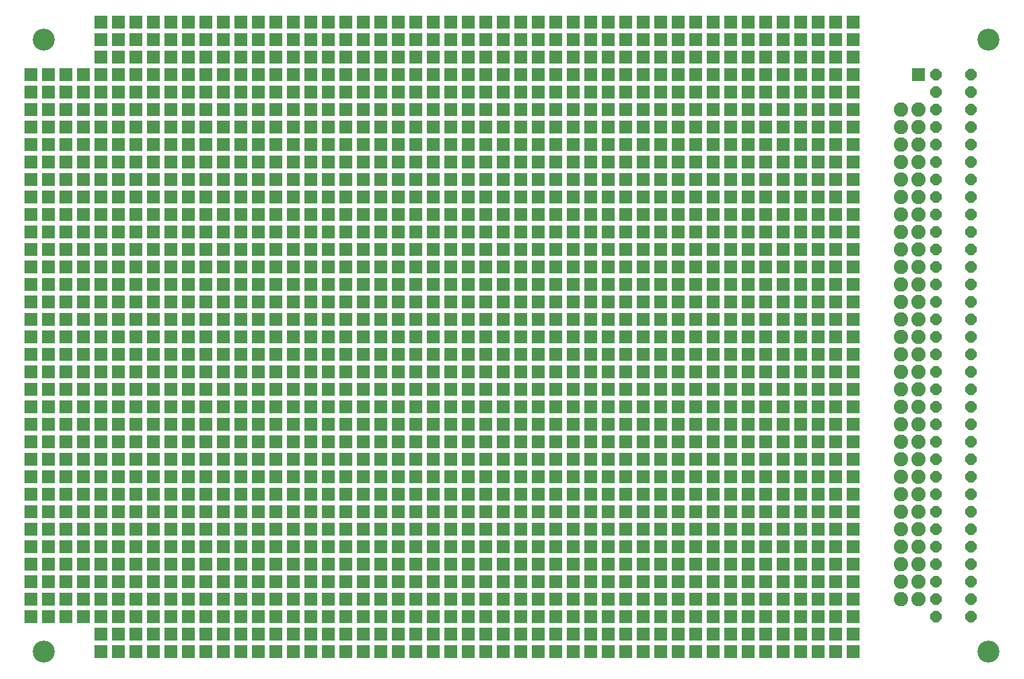
<source format=gbs>
G75*
G70*
%OFA0B0*%
%FSLAX24Y24*%
%IPPOS*%
%LPD*%
%AMOC8*
5,1,8,0,0,1.08239X$1,22.5*
%
%ADD10OC8,0.0640*%
%ADD11C,0.1180*%
%ADD12C,0.0820*%
%ADD13C,0.1261*%
%ADD14R,0.0730X0.0730*%
D10*
X053930Y004290D03*
X053930Y004290D03*
X053930Y005290D03*
X053930Y005290D03*
X053930Y006290D03*
X053930Y006290D03*
X053930Y007290D03*
X053930Y007290D03*
X053930Y008290D03*
X053930Y008290D03*
X053930Y009290D03*
X053930Y009290D03*
X053930Y010290D03*
X053930Y010290D03*
X053930Y011290D03*
X053930Y011290D03*
X053930Y012290D03*
X053930Y012290D03*
X053930Y013290D03*
X053930Y013290D03*
X053930Y014290D03*
X053930Y014290D03*
X053930Y015290D03*
X053930Y015290D03*
X053930Y016290D03*
X053930Y016290D03*
X053930Y017290D03*
X053930Y017290D03*
X053930Y018290D03*
X053930Y018290D03*
X053930Y019290D03*
X053930Y019290D03*
X053930Y020290D03*
X053930Y020290D03*
X053930Y021290D03*
X053930Y021290D03*
X053930Y022290D03*
X053930Y022290D03*
X053930Y023290D03*
X053930Y023290D03*
X053930Y024290D03*
X053930Y024290D03*
X053930Y025290D03*
X053930Y025290D03*
X053930Y026290D03*
X053930Y026290D03*
X053930Y027290D03*
X053930Y027290D03*
X053930Y028290D03*
X053930Y028290D03*
X053930Y029290D03*
X053930Y029290D03*
X053930Y030290D03*
X053930Y030290D03*
X053930Y031290D03*
X053930Y031290D03*
X053930Y032290D03*
X053930Y032290D03*
X053930Y033290D03*
X053930Y033290D03*
X053930Y034290D03*
X053930Y034290D03*
X053930Y035290D03*
X053930Y035290D03*
X055930Y035290D03*
X055930Y035290D03*
X055930Y034290D03*
X055930Y034290D03*
X055930Y033290D03*
X055930Y033290D03*
X055930Y032290D03*
X055930Y032290D03*
X055930Y031290D03*
X055930Y031290D03*
X055930Y030290D03*
X055930Y030290D03*
X055930Y029290D03*
X055930Y029290D03*
X055930Y028290D03*
X055930Y028290D03*
X055930Y027290D03*
X055930Y027290D03*
X055930Y026290D03*
X055930Y026290D03*
X055930Y025290D03*
X055930Y025290D03*
X055930Y024290D03*
X055930Y024290D03*
X055930Y023290D03*
X055930Y023290D03*
X055930Y022290D03*
X055930Y022290D03*
X055930Y021290D03*
X055930Y021290D03*
X055930Y020290D03*
X055930Y020290D03*
X055930Y019290D03*
X055930Y019290D03*
X055930Y018290D03*
X055930Y018290D03*
X055930Y017290D03*
X055930Y017290D03*
X055930Y016290D03*
X055930Y016290D03*
X055930Y015290D03*
X055930Y015290D03*
X055930Y014290D03*
X055930Y014290D03*
X055930Y013290D03*
X055930Y013290D03*
X055930Y012290D03*
X055930Y012290D03*
X055930Y011290D03*
X055930Y011290D03*
X055930Y010290D03*
X055930Y010290D03*
X055930Y009290D03*
X055930Y009290D03*
X055930Y008290D03*
X055930Y008290D03*
X055930Y007290D03*
X055930Y007290D03*
X055930Y006290D03*
X055930Y006290D03*
X055930Y005290D03*
X055930Y005290D03*
X055930Y004290D03*
X055930Y004290D03*
D11*
X056930Y002290D03*
X056930Y037290D03*
D12*
X052930Y033290D03*
X051930Y033290D03*
X051930Y032290D03*
X052930Y032290D03*
X052930Y031290D03*
X051930Y031290D03*
X051930Y030290D03*
X052930Y030290D03*
X052930Y029290D03*
X051930Y029290D03*
X051930Y028290D03*
X052930Y028290D03*
X052930Y027290D03*
X051930Y027290D03*
X051930Y026290D03*
X052930Y026290D03*
X052930Y025290D03*
X051930Y025290D03*
X051930Y024290D03*
X052930Y024290D03*
X052930Y023290D03*
X051930Y023290D03*
X051930Y022290D03*
X052930Y022290D03*
X052930Y021290D03*
X051930Y021290D03*
X051930Y020290D03*
X052930Y020290D03*
X052930Y019290D03*
X051930Y019290D03*
X051930Y018290D03*
X052930Y018290D03*
X052930Y017290D03*
X051930Y017290D03*
X051930Y016290D03*
X052930Y016290D03*
X052930Y015290D03*
X051930Y015290D03*
X051930Y014290D03*
X052930Y014290D03*
X052930Y013290D03*
X051930Y013290D03*
X051930Y012290D03*
X052930Y012290D03*
X052930Y011290D03*
X051930Y011290D03*
X051930Y010290D03*
X052930Y010290D03*
X052930Y009290D03*
X051930Y009290D03*
X051930Y008290D03*
X052930Y008290D03*
X052930Y007290D03*
X051930Y007290D03*
X051930Y006290D03*
X052930Y006290D03*
X052930Y005290D03*
X051930Y005290D03*
D13*
X002930Y002290D03*
X002930Y037290D03*
X056930Y037290D03*
X056930Y002290D03*
D14*
X049180Y002290D03*
X049180Y002290D03*
X048180Y002290D03*
X047180Y002290D03*
X046180Y002290D03*
X045180Y002290D03*
X044180Y002290D03*
X043180Y002290D03*
X042180Y002290D03*
X041180Y002290D03*
X040180Y002290D03*
X039180Y002290D03*
X038180Y002290D03*
X037180Y002290D03*
X036180Y002290D03*
X035180Y002290D03*
X034180Y002290D03*
X033180Y002290D03*
X032180Y002290D03*
X031180Y002290D03*
X030180Y002290D03*
X029180Y002290D03*
X028180Y002290D03*
X027180Y002290D03*
X026180Y002290D03*
X025180Y002290D03*
X024180Y002290D03*
X023180Y002290D03*
X022180Y002290D03*
X021180Y002290D03*
X020180Y002290D03*
X019180Y002290D03*
X018180Y002290D03*
X017180Y002290D03*
X016180Y002290D03*
X015180Y002290D03*
X014180Y002290D03*
X013180Y002290D03*
X012180Y002290D03*
X011180Y002290D03*
X010180Y002290D03*
X009180Y002290D03*
X008180Y002290D03*
X007180Y002290D03*
X006180Y002290D03*
X006180Y002290D03*
X006180Y003290D03*
X006180Y003290D03*
X007180Y003290D03*
X007180Y004290D03*
X006180Y004290D03*
X005180Y004290D03*
X004180Y004290D03*
X003180Y004290D03*
X002180Y004290D03*
X002180Y005290D03*
X002180Y006290D03*
X003180Y006290D03*
X004180Y006290D03*
X004180Y005290D03*
X003180Y005290D03*
X005180Y005290D03*
X005180Y006290D03*
X006180Y006290D03*
X007180Y006290D03*
X007180Y005290D03*
X006180Y005290D03*
X008180Y005290D03*
X008180Y006290D03*
X009180Y006290D03*
X010180Y006290D03*
X010180Y005290D03*
X009180Y005290D03*
X009180Y004290D03*
X010180Y004290D03*
X010180Y003290D03*
X009180Y003290D03*
X008180Y003290D03*
X008180Y004290D03*
X011180Y004290D03*
X012180Y004290D03*
X012180Y003290D03*
X011180Y003290D03*
X013180Y003290D03*
X013180Y004290D03*
X014180Y004290D03*
X015180Y004290D03*
X015180Y003290D03*
X014180Y003290D03*
X016180Y003290D03*
X016180Y004290D03*
X017180Y004290D03*
X018180Y004290D03*
X018180Y003290D03*
X017180Y003290D03*
X019180Y003290D03*
X019180Y004290D03*
X020180Y004290D03*
X021180Y004290D03*
X021180Y003290D03*
X020180Y003290D03*
X022180Y003290D03*
X023180Y003290D03*
X023180Y004290D03*
X022180Y004290D03*
X022180Y005290D03*
X023180Y005290D03*
X023180Y006290D03*
X022180Y006290D03*
X021180Y006290D03*
X020180Y006290D03*
X020180Y005290D03*
X021180Y005290D03*
X019180Y005290D03*
X019180Y006290D03*
X018180Y006290D03*
X017180Y006290D03*
X017180Y005290D03*
X018180Y005290D03*
X016180Y005290D03*
X016180Y006290D03*
X015180Y006290D03*
X014180Y006290D03*
X014180Y005290D03*
X015180Y005290D03*
X013180Y005290D03*
X013180Y006290D03*
X012180Y006290D03*
X011180Y006290D03*
X011180Y005290D03*
X012180Y005290D03*
X012180Y007290D03*
X011180Y007290D03*
X011180Y008290D03*
X012180Y008290D03*
X013180Y008290D03*
X013180Y007290D03*
X014180Y007290D03*
X015180Y007290D03*
X015180Y008290D03*
X014180Y008290D03*
X014180Y009290D03*
X015180Y009290D03*
X015180Y010290D03*
X014180Y010290D03*
X013180Y010290D03*
X013180Y009290D03*
X012180Y009290D03*
X011180Y009290D03*
X011180Y010290D03*
X012180Y010290D03*
X012180Y011290D03*
X011180Y011290D03*
X010180Y011290D03*
X009180Y011290D03*
X008180Y011290D03*
X007180Y011290D03*
X006180Y011290D03*
X005180Y011290D03*
X004180Y011290D03*
X003180Y011290D03*
X002180Y011290D03*
X002180Y010290D03*
X002180Y009290D03*
X003180Y009290D03*
X004180Y009290D03*
X004180Y010290D03*
X003180Y010290D03*
X005180Y010290D03*
X005180Y009290D03*
X006180Y009290D03*
X007180Y009290D03*
X007180Y010290D03*
X006180Y010290D03*
X008180Y010290D03*
X008180Y009290D03*
X009180Y009290D03*
X010180Y009290D03*
X010180Y010290D03*
X009180Y010290D03*
X009180Y008290D03*
X010180Y008290D03*
X010180Y007290D03*
X009180Y007290D03*
X008180Y007290D03*
X008180Y008290D03*
X007180Y008290D03*
X006180Y008290D03*
X006180Y007290D03*
X007180Y007290D03*
X005180Y007290D03*
X005180Y008290D03*
X004180Y008290D03*
X003180Y008290D03*
X003180Y007290D03*
X004180Y007290D03*
X002180Y007290D03*
X002180Y008290D03*
X002180Y012290D03*
X002180Y013290D03*
X003180Y013290D03*
X004180Y013290D03*
X004180Y012290D03*
X003180Y012290D03*
X005180Y012290D03*
X005180Y013290D03*
X006180Y013290D03*
X007180Y013290D03*
X007180Y012290D03*
X006180Y012290D03*
X008180Y012290D03*
X008180Y013290D03*
X009180Y013290D03*
X010180Y013290D03*
X010180Y012290D03*
X009180Y012290D03*
X011180Y012290D03*
X012180Y012290D03*
X012180Y013290D03*
X011180Y013290D03*
X011180Y014290D03*
X012180Y014290D03*
X012180Y015290D03*
X011180Y015290D03*
X010180Y015290D03*
X009180Y015290D03*
X009180Y014290D03*
X010180Y014290D03*
X008180Y014290D03*
X008180Y015290D03*
X007180Y015290D03*
X006180Y015290D03*
X006180Y014290D03*
X007180Y014290D03*
X005180Y014290D03*
X005180Y015290D03*
X004180Y015290D03*
X003180Y015290D03*
X003180Y014290D03*
X004180Y014290D03*
X002180Y014290D03*
X002180Y015290D03*
X002180Y016290D03*
X002180Y017290D03*
X003180Y017290D03*
X004180Y017290D03*
X004180Y016290D03*
X003180Y016290D03*
X005180Y016290D03*
X005180Y017290D03*
X006180Y017290D03*
X007180Y017290D03*
X007180Y016290D03*
X006180Y016290D03*
X008180Y016290D03*
X008180Y017290D03*
X009180Y017290D03*
X010180Y017290D03*
X010180Y016290D03*
X009180Y016290D03*
X011180Y016290D03*
X012180Y016290D03*
X012180Y017290D03*
X011180Y017290D03*
X011180Y018290D03*
X012180Y018290D03*
X012180Y019290D03*
X011180Y019290D03*
X010180Y019290D03*
X009180Y019290D03*
X009180Y018290D03*
X010180Y018290D03*
X008180Y018290D03*
X008180Y019290D03*
X007180Y019290D03*
X006180Y019290D03*
X006180Y018290D03*
X007180Y018290D03*
X005180Y018290D03*
X005180Y019290D03*
X004180Y019290D03*
X003180Y019290D03*
X003180Y018290D03*
X004180Y018290D03*
X002180Y018290D03*
X002180Y019290D03*
X002180Y020290D03*
X002180Y021290D03*
X003180Y021290D03*
X004180Y021290D03*
X004180Y020290D03*
X003180Y020290D03*
X005180Y020290D03*
X005180Y021290D03*
X006180Y021290D03*
X007180Y021290D03*
X007180Y020290D03*
X006180Y020290D03*
X008180Y020290D03*
X008180Y021290D03*
X009180Y021290D03*
X010180Y021290D03*
X010180Y020290D03*
X009180Y020290D03*
X011180Y020290D03*
X012180Y020290D03*
X012180Y021290D03*
X011180Y021290D03*
X011180Y022290D03*
X012180Y022290D03*
X012180Y023290D03*
X011180Y023290D03*
X010180Y023290D03*
X009180Y023290D03*
X009180Y022290D03*
X010180Y022290D03*
X008180Y022290D03*
X008180Y023290D03*
X007180Y023290D03*
X006180Y023290D03*
X006180Y022290D03*
X007180Y022290D03*
X005180Y022290D03*
X005180Y023290D03*
X004180Y023290D03*
X003180Y023290D03*
X003180Y022290D03*
X004180Y022290D03*
X002180Y022290D03*
X002180Y023290D03*
X002180Y024290D03*
X002180Y025290D03*
X003180Y025290D03*
X004180Y025290D03*
X004180Y024290D03*
X003180Y024290D03*
X005180Y024290D03*
X005180Y025290D03*
X006180Y025290D03*
X007180Y025290D03*
X007180Y024290D03*
X006180Y024290D03*
X008180Y024290D03*
X008180Y025290D03*
X009180Y025290D03*
X010180Y025290D03*
X010180Y024290D03*
X009180Y024290D03*
X011180Y024290D03*
X012180Y024290D03*
X012180Y025290D03*
X011180Y025290D03*
X011180Y026290D03*
X012180Y026290D03*
X012180Y027290D03*
X011180Y027290D03*
X010180Y027290D03*
X009180Y027290D03*
X009180Y026290D03*
X010180Y026290D03*
X008180Y026290D03*
X008180Y027290D03*
X007180Y027290D03*
X006180Y027290D03*
X006180Y026290D03*
X007180Y026290D03*
X005180Y026290D03*
X005180Y027290D03*
X004180Y027290D03*
X003180Y027290D03*
X003180Y026290D03*
X004180Y026290D03*
X002180Y026290D03*
X002180Y027290D03*
X002180Y028290D03*
X003180Y028290D03*
X004180Y028290D03*
X005180Y028290D03*
X006180Y028290D03*
X007180Y028290D03*
X008180Y028290D03*
X009180Y028290D03*
X010180Y028290D03*
X011180Y028290D03*
X012180Y028290D03*
X013180Y028290D03*
X014180Y028290D03*
X015180Y028290D03*
X016180Y028290D03*
X017180Y028290D03*
X018180Y028290D03*
X019180Y028290D03*
X020180Y028290D03*
X021180Y028290D03*
X022180Y028290D03*
X023180Y028290D03*
X024180Y028290D03*
X025180Y028290D03*
X026180Y028290D03*
X027180Y028290D03*
X028180Y028290D03*
X029180Y028290D03*
X030180Y028290D03*
X031180Y028290D03*
X032180Y028290D03*
X033180Y028290D03*
X034180Y028290D03*
X035180Y028290D03*
X036180Y028290D03*
X037180Y028290D03*
X038180Y028290D03*
X039180Y028290D03*
X040180Y028290D03*
X041180Y028290D03*
X042180Y028290D03*
X043180Y028290D03*
X044180Y028290D03*
X045180Y028290D03*
X046180Y028290D03*
X047180Y028290D03*
X048180Y028290D03*
X049180Y028290D03*
X049180Y028290D03*
X049180Y027290D03*
X049180Y027290D03*
X049180Y026290D03*
X049180Y026290D03*
X048180Y026290D03*
X047180Y026290D03*
X047180Y027290D03*
X048180Y027290D03*
X046180Y027290D03*
X046180Y026290D03*
X045180Y026290D03*
X044180Y026290D03*
X044180Y027290D03*
X045180Y027290D03*
X043180Y027290D03*
X042180Y027290D03*
X042180Y026290D03*
X043180Y026290D03*
X043180Y025290D03*
X042180Y025290D03*
X042180Y024290D03*
X043180Y024290D03*
X044180Y024290D03*
X045180Y024290D03*
X045180Y025290D03*
X044180Y025290D03*
X046180Y025290D03*
X046180Y024290D03*
X047180Y024290D03*
X048180Y024290D03*
X048180Y025290D03*
X047180Y025290D03*
X049180Y025290D03*
X049180Y025290D03*
X049180Y024290D03*
X049180Y024290D03*
X049180Y023290D03*
X049180Y023290D03*
X049180Y022290D03*
X049180Y022290D03*
X048180Y022290D03*
X047180Y022290D03*
X047180Y023290D03*
X048180Y023290D03*
X046180Y023290D03*
X046180Y022290D03*
X045180Y022290D03*
X044180Y022290D03*
X044180Y023290D03*
X045180Y023290D03*
X043180Y023290D03*
X042180Y023290D03*
X042180Y022290D03*
X043180Y022290D03*
X043180Y021290D03*
X042180Y021290D03*
X042180Y020290D03*
X043180Y020290D03*
X044180Y020290D03*
X045180Y020290D03*
X045180Y021290D03*
X044180Y021290D03*
X046180Y021290D03*
X046180Y020290D03*
X047180Y020290D03*
X048180Y020290D03*
X048180Y021290D03*
X047180Y021290D03*
X049180Y021290D03*
X049180Y021290D03*
X049180Y020290D03*
X049180Y020290D03*
X049180Y019290D03*
X049180Y019290D03*
X049180Y018290D03*
X049180Y018290D03*
X048180Y018290D03*
X047180Y018290D03*
X047180Y019290D03*
X048180Y019290D03*
X046180Y019290D03*
X046180Y018290D03*
X045180Y018290D03*
X044180Y018290D03*
X044180Y019290D03*
X045180Y019290D03*
X043180Y019290D03*
X042180Y019290D03*
X042180Y018290D03*
X043180Y018290D03*
X043180Y017290D03*
X042180Y017290D03*
X042180Y016290D03*
X043180Y016290D03*
X044180Y016290D03*
X045180Y016290D03*
X045180Y017290D03*
X044180Y017290D03*
X046180Y017290D03*
X046180Y016290D03*
X047180Y016290D03*
X048180Y016290D03*
X048180Y017290D03*
X047180Y017290D03*
X049180Y017290D03*
X049180Y017290D03*
X049180Y016290D03*
X049180Y016290D03*
X049180Y015290D03*
X049180Y015290D03*
X049180Y014290D03*
X049180Y014290D03*
X048180Y014290D03*
X047180Y014290D03*
X047180Y015290D03*
X048180Y015290D03*
X046180Y015290D03*
X046180Y014290D03*
X045180Y014290D03*
X044180Y014290D03*
X044180Y015290D03*
X045180Y015290D03*
X043180Y015290D03*
X042180Y015290D03*
X042180Y014290D03*
X043180Y014290D03*
X043180Y013290D03*
X042180Y013290D03*
X042180Y012290D03*
X043180Y012290D03*
X044180Y012290D03*
X045180Y012290D03*
X045180Y013290D03*
X044180Y013290D03*
X046180Y013290D03*
X046180Y012290D03*
X047180Y012290D03*
X048180Y012290D03*
X048180Y013290D03*
X047180Y013290D03*
X049180Y013290D03*
X049180Y013290D03*
X049180Y012290D03*
X049180Y012290D03*
X049180Y011290D03*
X049180Y011290D03*
X048180Y011290D03*
X047180Y011290D03*
X046180Y011290D03*
X045180Y011290D03*
X044180Y011290D03*
X043180Y011290D03*
X042180Y011290D03*
X041180Y011290D03*
X040180Y011290D03*
X039180Y011290D03*
X038180Y011290D03*
X037180Y011290D03*
X036180Y011290D03*
X035180Y011290D03*
X034180Y011290D03*
X033180Y011290D03*
X032180Y011290D03*
X031180Y011290D03*
X030180Y011290D03*
X029180Y011290D03*
X028180Y011290D03*
X027180Y011290D03*
X026180Y011290D03*
X025180Y011290D03*
X024180Y011290D03*
X023180Y011290D03*
X022180Y011290D03*
X021180Y011290D03*
X020180Y011290D03*
X019180Y011290D03*
X018180Y011290D03*
X017180Y011290D03*
X016180Y011290D03*
X015180Y011290D03*
X014180Y011290D03*
X013180Y011290D03*
X013180Y012290D03*
X013180Y013290D03*
X014180Y013290D03*
X015180Y013290D03*
X015180Y012290D03*
X014180Y012290D03*
X016180Y012290D03*
X016180Y013290D03*
X017180Y013290D03*
X018180Y013290D03*
X018180Y012290D03*
X017180Y012290D03*
X019180Y012290D03*
X019180Y013290D03*
X020180Y013290D03*
X021180Y013290D03*
X021180Y012290D03*
X020180Y012290D03*
X022180Y012290D03*
X023180Y012290D03*
X023180Y013290D03*
X022180Y013290D03*
X022180Y014290D03*
X023180Y014290D03*
X023180Y015290D03*
X022180Y015290D03*
X021180Y015290D03*
X020180Y015290D03*
X020180Y014290D03*
X021180Y014290D03*
X019180Y014290D03*
X019180Y015290D03*
X018180Y015290D03*
X017180Y015290D03*
X017180Y014290D03*
X018180Y014290D03*
X016180Y014290D03*
X016180Y015290D03*
X015180Y015290D03*
X014180Y015290D03*
X014180Y014290D03*
X015180Y014290D03*
X013180Y014290D03*
X013180Y015290D03*
X013180Y016290D03*
X013180Y017290D03*
X014180Y017290D03*
X015180Y017290D03*
X015180Y016290D03*
X014180Y016290D03*
X016180Y016290D03*
X016180Y017290D03*
X017180Y017290D03*
X018180Y017290D03*
X018180Y016290D03*
X017180Y016290D03*
X019180Y016290D03*
X019180Y017290D03*
X020180Y017290D03*
X021180Y017290D03*
X021180Y016290D03*
X020180Y016290D03*
X022180Y016290D03*
X023180Y016290D03*
X023180Y017290D03*
X022180Y017290D03*
X022180Y018290D03*
X023180Y018290D03*
X023180Y019290D03*
X022180Y019290D03*
X021180Y019290D03*
X020180Y019290D03*
X020180Y018290D03*
X021180Y018290D03*
X019180Y018290D03*
X019180Y019290D03*
X018180Y019290D03*
X017180Y019290D03*
X017180Y018290D03*
X018180Y018290D03*
X016180Y018290D03*
X016180Y019290D03*
X015180Y019290D03*
X014180Y019290D03*
X014180Y018290D03*
X015180Y018290D03*
X013180Y018290D03*
X013180Y019290D03*
X013180Y020290D03*
X013180Y021290D03*
X014180Y021290D03*
X015180Y021290D03*
X015180Y020290D03*
X014180Y020290D03*
X016180Y020290D03*
X016180Y021290D03*
X017180Y021290D03*
X018180Y021290D03*
X018180Y020290D03*
X017180Y020290D03*
X019180Y020290D03*
X019180Y021290D03*
X020180Y021290D03*
X021180Y021290D03*
X021180Y020290D03*
X020180Y020290D03*
X022180Y020290D03*
X023180Y020290D03*
X023180Y021290D03*
X022180Y021290D03*
X022180Y022290D03*
X023180Y022290D03*
X023180Y023290D03*
X022180Y023290D03*
X021180Y023290D03*
X020180Y023290D03*
X020180Y022290D03*
X021180Y022290D03*
X019180Y022290D03*
X019180Y023290D03*
X018180Y023290D03*
X017180Y023290D03*
X017180Y022290D03*
X018180Y022290D03*
X016180Y022290D03*
X016180Y023290D03*
X015180Y023290D03*
X014180Y023290D03*
X014180Y022290D03*
X015180Y022290D03*
X013180Y022290D03*
X013180Y023290D03*
X013180Y024290D03*
X013180Y025290D03*
X014180Y025290D03*
X015180Y025290D03*
X015180Y024290D03*
X014180Y024290D03*
X016180Y024290D03*
X016180Y025290D03*
X017180Y025290D03*
X018180Y025290D03*
X018180Y024290D03*
X017180Y024290D03*
X019180Y024290D03*
X019180Y025290D03*
X020180Y025290D03*
X021180Y025290D03*
X021180Y024290D03*
X020180Y024290D03*
X022180Y024290D03*
X023180Y024290D03*
X023180Y025290D03*
X022180Y025290D03*
X022180Y026290D03*
X023180Y026290D03*
X023180Y027290D03*
X022180Y027290D03*
X021180Y027290D03*
X020180Y027290D03*
X020180Y026290D03*
X021180Y026290D03*
X019180Y026290D03*
X019180Y027290D03*
X018180Y027290D03*
X017180Y027290D03*
X017180Y026290D03*
X018180Y026290D03*
X016180Y026290D03*
X016180Y027290D03*
X015180Y027290D03*
X014180Y027290D03*
X014180Y026290D03*
X015180Y026290D03*
X013180Y026290D03*
X013180Y027290D03*
X013180Y029290D03*
X013180Y030290D03*
X012180Y030290D03*
X011180Y030290D03*
X011180Y029290D03*
X012180Y029290D03*
X010180Y029290D03*
X009180Y029290D03*
X009180Y030290D03*
X010180Y030290D03*
X010180Y031290D03*
X009180Y031290D03*
X009180Y032290D03*
X010180Y032290D03*
X011180Y032290D03*
X012180Y032290D03*
X012180Y031290D03*
X011180Y031290D03*
X013180Y031290D03*
X013180Y032290D03*
X014180Y032290D03*
X015180Y032290D03*
X015180Y031290D03*
X014180Y031290D03*
X014180Y030290D03*
X015180Y030290D03*
X015180Y029290D03*
X014180Y029290D03*
X016180Y029290D03*
X016180Y030290D03*
X017180Y030290D03*
X018180Y030290D03*
X018180Y029290D03*
X017180Y029290D03*
X019180Y029290D03*
X019180Y030290D03*
X020180Y030290D03*
X021180Y030290D03*
X021180Y029290D03*
X020180Y029290D03*
X022180Y029290D03*
X023180Y029290D03*
X023180Y030290D03*
X022180Y030290D03*
X022180Y031290D03*
X023180Y031290D03*
X023180Y032290D03*
X022180Y032290D03*
X021180Y032290D03*
X020180Y032290D03*
X020180Y031290D03*
X021180Y031290D03*
X019180Y031290D03*
X019180Y032290D03*
X018180Y032290D03*
X017180Y032290D03*
X017180Y031290D03*
X018180Y031290D03*
X016180Y031290D03*
X016180Y032290D03*
X016180Y033290D03*
X016180Y034290D03*
X015180Y034290D03*
X014180Y034290D03*
X014180Y033290D03*
X015180Y033290D03*
X013180Y033290D03*
X013180Y034290D03*
X012180Y034290D03*
X011180Y034290D03*
X011180Y033290D03*
X012180Y033290D03*
X010180Y033290D03*
X009180Y033290D03*
X009180Y034290D03*
X010180Y034290D03*
X010180Y035290D03*
X009180Y035290D03*
X009180Y036290D03*
X010180Y036290D03*
X011180Y036290D03*
X012180Y036290D03*
X012180Y035290D03*
X011180Y035290D03*
X013180Y035290D03*
X013180Y036290D03*
X014180Y036290D03*
X015180Y036290D03*
X015180Y035290D03*
X014180Y035290D03*
X016180Y035290D03*
X016180Y036290D03*
X017180Y036290D03*
X018180Y036290D03*
X018180Y035290D03*
X017180Y035290D03*
X017180Y034290D03*
X018180Y034290D03*
X018180Y033290D03*
X017180Y033290D03*
X019180Y033290D03*
X019180Y034290D03*
X020180Y034290D03*
X021180Y034290D03*
X021180Y033290D03*
X020180Y033290D03*
X022180Y033290D03*
X023180Y033290D03*
X023180Y034290D03*
X022180Y034290D03*
X022180Y035290D03*
X023180Y035290D03*
X023180Y036290D03*
X022180Y036290D03*
X021180Y036290D03*
X020180Y036290D03*
X020180Y035290D03*
X021180Y035290D03*
X019180Y035290D03*
X019180Y036290D03*
X019180Y037290D03*
X019180Y038290D03*
X018180Y038290D03*
X017180Y038290D03*
X017180Y037290D03*
X018180Y037290D03*
X016180Y037290D03*
X016180Y038290D03*
X015180Y038290D03*
X014180Y038290D03*
X014180Y037290D03*
X015180Y037290D03*
X013180Y037290D03*
X013180Y038290D03*
X012180Y038290D03*
X011180Y038290D03*
X011180Y037290D03*
X012180Y037290D03*
X010180Y037290D03*
X009180Y037290D03*
X009180Y038290D03*
X010180Y038290D03*
X008180Y038290D03*
X008180Y037290D03*
X007180Y037290D03*
X006180Y037290D03*
X006180Y037290D03*
X006180Y038290D03*
X006180Y038290D03*
X007180Y038290D03*
X007180Y036290D03*
X006180Y036290D03*
X006180Y036290D03*
X006180Y035290D03*
X007180Y035290D03*
X008180Y035290D03*
X008180Y036290D03*
X008180Y034290D03*
X008180Y033290D03*
X007180Y033290D03*
X006180Y033290D03*
X006180Y034290D03*
X007180Y034290D03*
X005180Y034290D03*
X005180Y033290D03*
X004180Y033290D03*
X003180Y033290D03*
X003180Y034290D03*
X004180Y034290D03*
X004180Y035290D03*
X003180Y035290D03*
X002180Y035290D03*
X002180Y034290D03*
X002180Y033290D03*
X002180Y032290D03*
X002180Y031290D03*
X003180Y031290D03*
X004180Y031290D03*
X004180Y032290D03*
X003180Y032290D03*
X005180Y032290D03*
X005180Y031290D03*
X006180Y031290D03*
X007180Y031290D03*
X007180Y032290D03*
X006180Y032290D03*
X008180Y032290D03*
X008180Y031290D03*
X008180Y030290D03*
X008180Y029290D03*
X007180Y029290D03*
X006180Y029290D03*
X006180Y030290D03*
X007180Y030290D03*
X005180Y030290D03*
X005180Y029290D03*
X004180Y029290D03*
X003180Y029290D03*
X003180Y030290D03*
X004180Y030290D03*
X002180Y030290D03*
X002180Y029290D03*
X005180Y035290D03*
X020180Y037290D03*
X021180Y037290D03*
X021180Y038290D03*
X020180Y038290D03*
X022180Y038290D03*
X023180Y038290D03*
X023180Y037290D03*
X022180Y037290D03*
X024180Y037290D03*
X024180Y038290D03*
X025180Y038290D03*
X026180Y038290D03*
X026180Y037290D03*
X025180Y037290D03*
X025180Y036290D03*
X026180Y036290D03*
X026180Y035290D03*
X025180Y035290D03*
X024180Y035290D03*
X024180Y036290D03*
X024180Y034290D03*
X024180Y033290D03*
X025180Y033290D03*
X026180Y033290D03*
X026180Y034290D03*
X025180Y034290D03*
X027180Y034290D03*
X027180Y033290D03*
X028180Y033290D03*
X029180Y033290D03*
X029180Y034290D03*
X028180Y034290D03*
X028180Y035290D03*
X029180Y035290D03*
X029180Y036290D03*
X028180Y036290D03*
X027180Y036290D03*
X027180Y035290D03*
X027180Y037290D03*
X027180Y038290D03*
X028180Y038290D03*
X029180Y038290D03*
X029180Y037290D03*
X028180Y037290D03*
X030180Y037290D03*
X030180Y038290D03*
X031180Y038290D03*
X032180Y038290D03*
X032180Y037290D03*
X031180Y037290D03*
X031180Y036290D03*
X032180Y036290D03*
X032180Y035290D03*
X031180Y035290D03*
X030180Y035290D03*
X030180Y036290D03*
X030180Y034290D03*
X030180Y033290D03*
X031180Y033290D03*
X032180Y033290D03*
X032180Y034290D03*
X031180Y034290D03*
X033180Y034290D03*
X034180Y034290D03*
X034180Y033290D03*
X033180Y033290D03*
X033180Y032290D03*
X034180Y032290D03*
X034180Y031290D03*
X033180Y031290D03*
X032180Y031290D03*
X031180Y031290D03*
X031180Y032290D03*
X032180Y032290D03*
X030180Y032290D03*
X030180Y031290D03*
X029180Y031290D03*
X028180Y031290D03*
X028180Y032290D03*
X029180Y032290D03*
X027180Y032290D03*
X027180Y031290D03*
X026180Y031290D03*
X025180Y031290D03*
X025180Y032290D03*
X026180Y032290D03*
X024180Y032290D03*
X024180Y031290D03*
X024180Y030290D03*
X024180Y029290D03*
X025180Y029290D03*
X026180Y029290D03*
X026180Y030290D03*
X025180Y030290D03*
X027180Y030290D03*
X027180Y029290D03*
X028180Y029290D03*
X029180Y029290D03*
X029180Y030290D03*
X028180Y030290D03*
X030180Y030290D03*
X030180Y029290D03*
X031180Y029290D03*
X032180Y029290D03*
X032180Y030290D03*
X031180Y030290D03*
X033180Y030290D03*
X034180Y030290D03*
X034180Y029290D03*
X033180Y029290D03*
X035180Y029290D03*
X035180Y030290D03*
X036180Y030290D03*
X037180Y030290D03*
X037180Y029290D03*
X036180Y029290D03*
X038180Y029290D03*
X038180Y030290D03*
X039180Y030290D03*
X040180Y030290D03*
X040180Y029290D03*
X039180Y029290D03*
X041180Y029290D03*
X041180Y030290D03*
X042180Y030290D03*
X043180Y030290D03*
X043180Y029290D03*
X042180Y029290D03*
X044180Y029290D03*
X045180Y029290D03*
X045180Y030290D03*
X044180Y030290D03*
X044180Y031290D03*
X045180Y031290D03*
X045180Y032290D03*
X044180Y032290D03*
X043180Y032290D03*
X042180Y032290D03*
X042180Y031290D03*
X043180Y031290D03*
X041180Y031290D03*
X041180Y032290D03*
X040180Y032290D03*
X039180Y032290D03*
X039180Y031290D03*
X040180Y031290D03*
X038180Y031290D03*
X038180Y032290D03*
X037180Y032290D03*
X036180Y032290D03*
X036180Y031290D03*
X037180Y031290D03*
X035180Y031290D03*
X035180Y032290D03*
X035180Y033290D03*
X035180Y034290D03*
X036180Y034290D03*
X037180Y034290D03*
X037180Y033290D03*
X036180Y033290D03*
X038180Y033290D03*
X038180Y034290D03*
X039180Y034290D03*
X040180Y034290D03*
X040180Y033290D03*
X039180Y033290D03*
X041180Y033290D03*
X041180Y034290D03*
X042180Y034290D03*
X043180Y034290D03*
X043180Y033290D03*
X042180Y033290D03*
X044180Y033290D03*
X045180Y033290D03*
X045180Y034290D03*
X044180Y034290D03*
X044180Y035290D03*
X045180Y035290D03*
X045180Y036290D03*
X044180Y036290D03*
X043180Y036290D03*
X042180Y036290D03*
X042180Y035290D03*
X043180Y035290D03*
X041180Y035290D03*
X041180Y036290D03*
X040180Y036290D03*
X039180Y036290D03*
X039180Y035290D03*
X040180Y035290D03*
X038180Y035290D03*
X038180Y036290D03*
X037180Y036290D03*
X036180Y036290D03*
X036180Y035290D03*
X037180Y035290D03*
X035180Y035290D03*
X035180Y036290D03*
X034180Y036290D03*
X033180Y036290D03*
X033180Y035290D03*
X034180Y035290D03*
X034180Y037290D03*
X033180Y037290D03*
X033180Y038290D03*
X034180Y038290D03*
X035180Y038290D03*
X035180Y037290D03*
X036180Y037290D03*
X037180Y037290D03*
X037180Y038290D03*
X036180Y038290D03*
X038180Y038290D03*
X038180Y037290D03*
X039180Y037290D03*
X040180Y037290D03*
X040180Y038290D03*
X039180Y038290D03*
X041180Y038290D03*
X041180Y037290D03*
X042180Y037290D03*
X043180Y037290D03*
X043180Y038290D03*
X042180Y038290D03*
X044180Y038290D03*
X045180Y038290D03*
X045180Y037290D03*
X044180Y037290D03*
X046180Y037290D03*
X046180Y038290D03*
X047180Y038290D03*
X048180Y038290D03*
X048180Y037290D03*
X047180Y037290D03*
X047180Y036290D03*
X048180Y036290D03*
X048180Y035290D03*
X047180Y035290D03*
X046180Y035290D03*
X046180Y036290D03*
X046180Y034290D03*
X046180Y033290D03*
X047180Y033290D03*
X048180Y033290D03*
X048180Y034290D03*
X047180Y034290D03*
X049180Y034290D03*
X049180Y034290D03*
X049180Y033290D03*
X049180Y033290D03*
X049180Y032290D03*
X049180Y032290D03*
X049180Y031290D03*
X049180Y031290D03*
X048180Y031290D03*
X047180Y031290D03*
X047180Y032290D03*
X048180Y032290D03*
X046180Y032290D03*
X046180Y031290D03*
X046180Y030290D03*
X046180Y029290D03*
X047180Y029290D03*
X048180Y029290D03*
X048180Y030290D03*
X047180Y030290D03*
X049180Y030290D03*
X049180Y030290D03*
X049180Y029290D03*
X049180Y029290D03*
X041180Y027290D03*
X041180Y026290D03*
X040180Y026290D03*
X039180Y026290D03*
X039180Y027290D03*
X040180Y027290D03*
X038180Y027290D03*
X038180Y026290D03*
X037180Y026290D03*
X036180Y026290D03*
X036180Y027290D03*
X037180Y027290D03*
X035180Y027290D03*
X035180Y026290D03*
X034180Y026290D03*
X033180Y026290D03*
X033180Y027290D03*
X034180Y027290D03*
X032180Y027290D03*
X031180Y027290D03*
X031180Y026290D03*
X032180Y026290D03*
X032180Y025290D03*
X031180Y025290D03*
X031180Y024290D03*
X032180Y024290D03*
X033180Y024290D03*
X034180Y024290D03*
X034180Y025290D03*
X033180Y025290D03*
X035180Y025290D03*
X035180Y024290D03*
X036180Y024290D03*
X037180Y024290D03*
X037180Y025290D03*
X036180Y025290D03*
X038180Y025290D03*
X038180Y024290D03*
X039180Y024290D03*
X040180Y024290D03*
X040180Y025290D03*
X039180Y025290D03*
X041180Y025290D03*
X041180Y024290D03*
X041180Y023290D03*
X041180Y022290D03*
X040180Y022290D03*
X039180Y022290D03*
X039180Y023290D03*
X040180Y023290D03*
X038180Y023290D03*
X038180Y022290D03*
X037180Y022290D03*
X036180Y022290D03*
X036180Y023290D03*
X037180Y023290D03*
X035180Y023290D03*
X035180Y022290D03*
X034180Y022290D03*
X033180Y022290D03*
X033180Y023290D03*
X034180Y023290D03*
X032180Y023290D03*
X031180Y023290D03*
X031180Y022290D03*
X032180Y022290D03*
X032180Y021290D03*
X031180Y021290D03*
X031180Y020290D03*
X032180Y020290D03*
X033180Y020290D03*
X034180Y020290D03*
X034180Y021290D03*
X033180Y021290D03*
X035180Y021290D03*
X035180Y020290D03*
X036180Y020290D03*
X037180Y020290D03*
X037180Y021290D03*
X036180Y021290D03*
X038180Y021290D03*
X038180Y020290D03*
X039180Y020290D03*
X040180Y020290D03*
X040180Y021290D03*
X039180Y021290D03*
X041180Y021290D03*
X041180Y020290D03*
X041180Y019290D03*
X041180Y018290D03*
X040180Y018290D03*
X039180Y018290D03*
X039180Y019290D03*
X040180Y019290D03*
X038180Y019290D03*
X038180Y018290D03*
X037180Y018290D03*
X036180Y018290D03*
X036180Y019290D03*
X037180Y019290D03*
X035180Y019290D03*
X035180Y018290D03*
X034180Y018290D03*
X033180Y018290D03*
X033180Y019290D03*
X034180Y019290D03*
X032180Y019290D03*
X031180Y019290D03*
X031180Y018290D03*
X032180Y018290D03*
X032180Y017290D03*
X031180Y017290D03*
X031180Y016290D03*
X032180Y016290D03*
X033180Y016290D03*
X034180Y016290D03*
X034180Y017290D03*
X033180Y017290D03*
X035180Y017290D03*
X035180Y016290D03*
X036180Y016290D03*
X037180Y016290D03*
X037180Y017290D03*
X036180Y017290D03*
X038180Y017290D03*
X038180Y016290D03*
X039180Y016290D03*
X040180Y016290D03*
X040180Y017290D03*
X039180Y017290D03*
X041180Y017290D03*
X041180Y016290D03*
X041180Y015290D03*
X041180Y014290D03*
X040180Y014290D03*
X039180Y014290D03*
X039180Y015290D03*
X040180Y015290D03*
X038180Y015290D03*
X038180Y014290D03*
X037180Y014290D03*
X036180Y014290D03*
X036180Y015290D03*
X037180Y015290D03*
X035180Y015290D03*
X035180Y014290D03*
X034180Y014290D03*
X033180Y014290D03*
X033180Y015290D03*
X034180Y015290D03*
X032180Y015290D03*
X031180Y015290D03*
X031180Y014290D03*
X032180Y014290D03*
X032180Y013290D03*
X031180Y013290D03*
X031180Y012290D03*
X032180Y012290D03*
X033180Y012290D03*
X034180Y012290D03*
X034180Y013290D03*
X033180Y013290D03*
X035180Y013290D03*
X035180Y012290D03*
X036180Y012290D03*
X037180Y012290D03*
X037180Y013290D03*
X036180Y013290D03*
X038180Y013290D03*
X038180Y012290D03*
X039180Y012290D03*
X040180Y012290D03*
X040180Y013290D03*
X039180Y013290D03*
X041180Y013290D03*
X041180Y012290D03*
X041180Y010290D03*
X041180Y009290D03*
X040180Y009290D03*
X039180Y009290D03*
X039180Y010290D03*
X040180Y010290D03*
X038180Y010290D03*
X038180Y009290D03*
X037180Y009290D03*
X036180Y009290D03*
X036180Y010290D03*
X037180Y010290D03*
X035180Y010290D03*
X035180Y009290D03*
X034180Y009290D03*
X033180Y009290D03*
X033180Y010290D03*
X034180Y010290D03*
X032180Y010290D03*
X031180Y010290D03*
X031180Y009290D03*
X032180Y009290D03*
X032180Y008290D03*
X031180Y008290D03*
X031180Y007290D03*
X032180Y007290D03*
X033180Y007290D03*
X034180Y007290D03*
X034180Y008290D03*
X033180Y008290D03*
X035180Y008290D03*
X035180Y007290D03*
X036180Y007290D03*
X037180Y007290D03*
X037180Y008290D03*
X036180Y008290D03*
X038180Y008290D03*
X038180Y007290D03*
X039180Y007290D03*
X040180Y007290D03*
X040180Y008290D03*
X039180Y008290D03*
X041180Y008290D03*
X041180Y007290D03*
X042180Y007290D03*
X043180Y007290D03*
X043180Y008290D03*
X042180Y008290D03*
X042180Y009290D03*
X043180Y009290D03*
X043180Y010290D03*
X042180Y010290D03*
X044180Y010290D03*
X045180Y010290D03*
X045180Y009290D03*
X044180Y009290D03*
X044180Y008290D03*
X045180Y008290D03*
X045180Y007290D03*
X044180Y007290D03*
X044180Y006290D03*
X045180Y006290D03*
X045180Y005290D03*
X044180Y005290D03*
X043180Y005290D03*
X042180Y005290D03*
X042180Y006290D03*
X043180Y006290D03*
X041180Y006290D03*
X041180Y005290D03*
X040180Y005290D03*
X039180Y005290D03*
X039180Y006290D03*
X040180Y006290D03*
X038180Y006290D03*
X038180Y005290D03*
X037180Y005290D03*
X036180Y005290D03*
X036180Y006290D03*
X037180Y006290D03*
X035180Y006290D03*
X035180Y005290D03*
X034180Y005290D03*
X033180Y005290D03*
X033180Y006290D03*
X034180Y006290D03*
X032180Y006290D03*
X031180Y006290D03*
X031180Y005290D03*
X032180Y005290D03*
X032180Y004290D03*
X031180Y004290D03*
X031180Y003290D03*
X032180Y003290D03*
X033180Y003290D03*
X034180Y003290D03*
X034180Y004290D03*
X033180Y004290D03*
X035180Y004290D03*
X035180Y003290D03*
X036180Y003290D03*
X037180Y003290D03*
X037180Y004290D03*
X036180Y004290D03*
X038180Y004290D03*
X038180Y003290D03*
X039180Y003290D03*
X040180Y003290D03*
X040180Y004290D03*
X039180Y004290D03*
X041180Y004290D03*
X041180Y003290D03*
X042180Y003290D03*
X043180Y003290D03*
X043180Y004290D03*
X042180Y004290D03*
X044180Y004290D03*
X045180Y004290D03*
X045180Y003290D03*
X044180Y003290D03*
X046180Y003290D03*
X046180Y004290D03*
X047180Y004290D03*
X048180Y004290D03*
X048180Y003290D03*
X047180Y003290D03*
X049180Y003290D03*
X049180Y003290D03*
X049180Y004290D03*
X049180Y004290D03*
X049180Y005290D03*
X049180Y005290D03*
X049180Y006290D03*
X049180Y006290D03*
X048180Y006290D03*
X047180Y006290D03*
X047180Y005290D03*
X048180Y005290D03*
X046180Y005290D03*
X046180Y006290D03*
X046180Y007290D03*
X046180Y008290D03*
X047180Y008290D03*
X048180Y008290D03*
X048180Y007290D03*
X047180Y007290D03*
X049180Y007290D03*
X049180Y007290D03*
X049180Y008290D03*
X049180Y008290D03*
X049180Y009290D03*
X049180Y009290D03*
X049180Y010290D03*
X049180Y010290D03*
X048180Y010290D03*
X047180Y010290D03*
X047180Y009290D03*
X048180Y009290D03*
X046180Y009290D03*
X046180Y010290D03*
X030180Y010290D03*
X030180Y009290D03*
X029180Y009290D03*
X028180Y009290D03*
X028180Y010290D03*
X029180Y010290D03*
X027180Y010290D03*
X027180Y009290D03*
X026180Y009290D03*
X025180Y009290D03*
X025180Y010290D03*
X026180Y010290D03*
X024180Y010290D03*
X024180Y009290D03*
X023180Y009290D03*
X022180Y009290D03*
X022180Y010290D03*
X023180Y010290D03*
X021180Y010290D03*
X020180Y010290D03*
X020180Y009290D03*
X021180Y009290D03*
X021180Y008290D03*
X020180Y008290D03*
X020180Y007290D03*
X021180Y007290D03*
X022180Y007290D03*
X023180Y007290D03*
X023180Y008290D03*
X022180Y008290D03*
X024180Y008290D03*
X024180Y007290D03*
X025180Y007290D03*
X026180Y007290D03*
X026180Y008290D03*
X025180Y008290D03*
X027180Y008290D03*
X027180Y007290D03*
X028180Y007290D03*
X029180Y007290D03*
X029180Y008290D03*
X028180Y008290D03*
X030180Y008290D03*
X030180Y007290D03*
X030180Y006290D03*
X030180Y005290D03*
X029180Y005290D03*
X028180Y005290D03*
X028180Y006290D03*
X029180Y006290D03*
X027180Y006290D03*
X027180Y005290D03*
X026180Y005290D03*
X025180Y005290D03*
X025180Y006290D03*
X026180Y006290D03*
X024180Y006290D03*
X024180Y005290D03*
X024180Y004290D03*
X024180Y003290D03*
X025180Y003290D03*
X026180Y003290D03*
X026180Y004290D03*
X025180Y004290D03*
X027180Y004290D03*
X027180Y003290D03*
X028180Y003290D03*
X029180Y003290D03*
X029180Y004290D03*
X028180Y004290D03*
X030180Y004290D03*
X030180Y003290D03*
X019180Y007290D03*
X019180Y008290D03*
X018180Y008290D03*
X017180Y008290D03*
X017180Y007290D03*
X018180Y007290D03*
X016180Y007290D03*
X016180Y008290D03*
X016180Y009290D03*
X016180Y010290D03*
X017180Y010290D03*
X018180Y010290D03*
X018180Y009290D03*
X017180Y009290D03*
X019180Y009290D03*
X019180Y010290D03*
X024180Y012290D03*
X024180Y013290D03*
X025180Y013290D03*
X026180Y013290D03*
X026180Y012290D03*
X025180Y012290D03*
X027180Y012290D03*
X027180Y013290D03*
X028180Y013290D03*
X029180Y013290D03*
X029180Y012290D03*
X028180Y012290D03*
X030180Y012290D03*
X030180Y013290D03*
X030180Y014290D03*
X030180Y015290D03*
X029180Y015290D03*
X028180Y015290D03*
X028180Y014290D03*
X029180Y014290D03*
X027180Y014290D03*
X027180Y015290D03*
X026180Y015290D03*
X025180Y015290D03*
X025180Y014290D03*
X026180Y014290D03*
X024180Y014290D03*
X024180Y015290D03*
X024180Y016290D03*
X024180Y017290D03*
X025180Y017290D03*
X026180Y017290D03*
X026180Y016290D03*
X025180Y016290D03*
X027180Y016290D03*
X027180Y017290D03*
X028180Y017290D03*
X029180Y017290D03*
X029180Y016290D03*
X028180Y016290D03*
X030180Y016290D03*
X030180Y017290D03*
X030180Y018290D03*
X030180Y019290D03*
X029180Y019290D03*
X028180Y019290D03*
X028180Y018290D03*
X029180Y018290D03*
X027180Y018290D03*
X027180Y019290D03*
X026180Y019290D03*
X025180Y019290D03*
X025180Y018290D03*
X026180Y018290D03*
X024180Y018290D03*
X024180Y019290D03*
X024180Y020290D03*
X024180Y021290D03*
X025180Y021290D03*
X026180Y021290D03*
X026180Y020290D03*
X025180Y020290D03*
X027180Y020290D03*
X027180Y021290D03*
X028180Y021290D03*
X029180Y021290D03*
X029180Y020290D03*
X028180Y020290D03*
X030180Y020290D03*
X030180Y021290D03*
X030180Y022290D03*
X030180Y023290D03*
X029180Y023290D03*
X028180Y023290D03*
X028180Y022290D03*
X029180Y022290D03*
X027180Y022290D03*
X027180Y023290D03*
X026180Y023290D03*
X025180Y023290D03*
X025180Y022290D03*
X026180Y022290D03*
X024180Y022290D03*
X024180Y023290D03*
X024180Y024290D03*
X024180Y025290D03*
X025180Y025290D03*
X026180Y025290D03*
X026180Y024290D03*
X025180Y024290D03*
X027180Y024290D03*
X027180Y025290D03*
X028180Y025290D03*
X029180Y025290D03*
X029180Y024290D03*
X028180Y024290D03*
X030180Y024290D03*
X030180Y025290D03*
X030180Y026290D03*
X030180Y027290D03*
X029180Y027290D03*
X028180Y027290D03*
X028180Y026290D03*
X029180Y026290D03*
X027180Y026290D03*
X027180Y027290D03*
X026180Y027290D03*
X025180Y027290D03*
X025180Y026290D03*
X026180Y026290D03*
X024180Y026290D03*
X024180Y027290D03*
X049180Y035290D03*
X049180Y035290D03*
X049180Y036290D03*
X049180Y036290D03*
X049180Y037290D03*
X049180Y037290D03*
X049180Y038290D03*
X049180Y038290D03*
X052930Y035290D03*
M02*

</source>
